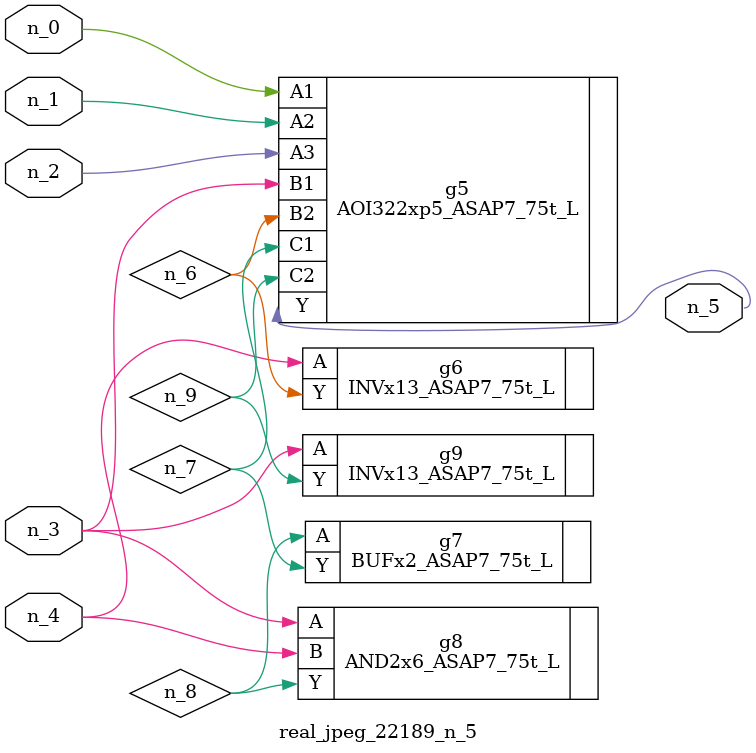
<source format=v>
module real_jpeg_22189_n_5 (n_4, n_0, n_1, n_2, n_3, n_5);

input n_4;
input n_0;
input n_1;
input n_2;
input n_3;

output n_5;

wire n_8;
wire n_6;
wire n_7;
wire n_9;

AOI322xp5_ASAP7_75t_L g5 ( 
.A1(n_0),
.A2(n_1),
.A3(n_2),
.B1(n_3),
.B2(n_6),
.C1(n_7),
.C2(n_9),
.Y(n_5)
);

AND2x6_ASAP7_75t_L g8 ( 
.A(n_3),
.B(n_4),
.Y(n_8)
);

INVx13_ASAP7_75t_L g9 ( 
.A(n_3),
.Y(n_9)
);

INVx13_ASAP7_75t_L g6 ( 
.A(n_4),
.Y(n_6)
);

BUFx2_ASAP7_75t_L g7 ( 
.A(n_8),
.Y(n_7)
);


endmodule
</source>
